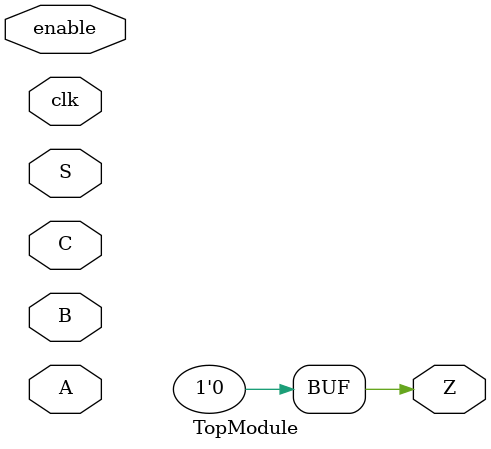
<source format=v>
module TopModule (
  input clk,
  input enable,
  input S,
  input A,
  input B,
  input C,
  output reg Z
);

  // Module body - leave empty or add minimal initialization
  initial begin
    Z = 0; // Optional: Initialize Z to a known state
  end

endmodule
</source>
